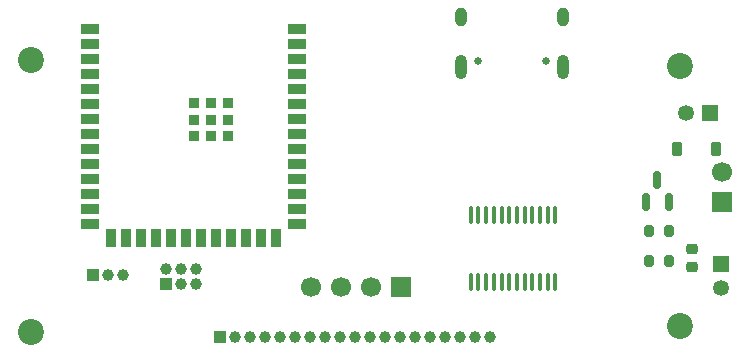
<source format=gbr>
%TF.GenerationSoftware,KiCad,Pcbnew,9.0.1*%
%TF.CreationDate,2025-06-29T09:49:02-05:00*%
%TF.ProjectId,OM-FlexGrid-Rigid-PCB,4f4d2d46-6c65-4784-9772-69642d526967,rev?*%
%TF.SameCoordinates,Original*%
%TF.FileFunction,Soldermask,Bot*%
%TF.FilePolarity,Negative*%
%FSLAX46Y46*%
G04 Gerber Fmt 4.6, Leading zero omitted, Abs format (unit mm)*
G04 Created by KiCad (PCBNEW 9.0.1) date 2025-06-29 09:49:02*
%MOMM*%
%LPD*%
G01*
G04 APERTURE LIST*
G04 Aperture macros list*
%AMRoundRect*
0 Rectangle with rounded corners*
0 $1 Rounding radius*
0 $2 $3 $4 $5 $6 $7 $8 $9 X,Y pos of 4 corners*
0 Add a 4 corners polygon primitive as box body*
4,1,4,$2,$3,$4,$5,$6,$7,$8,$9,$2,$3,0*
0 Add four circle primitives for the rounded corners*
1,1,$1+$1,$2,$3*
1,1,$1+$1,$4,$5*
1,1,$1+$1,$6,$7*
1,1,$1+$1,$8,$9*
0 Add four rect primitives between the rounded corners*
20,1,$1+$1,$2,$3,$4,$5,0*
20,1,$1+$1,$4,$5,$6,$7,0*
20,1,$1+$1,$6,$7,$8,$9,0*
20,1,$1+$1,$8,$9,$2,$3,0*%
G04 Aperture macros list end*
%ADD10R,1.350000X1.350000*%
%ADD11C,1.350000*%
%ADD12R,1.000000X1.000000*%
%ADD13C,1.000000*%
%ADD14C,2.200000*%
%ADD15R,1.700000X1.700000*%
%ADD16C,1.700000*%
%ADD17C,0.650000*%
%ADD18O,1.000000X2.100000*%
%ADD19O,1.000000X1.600000*%
%ADD20RoundRect,0.100000X0.100000X-0.637500X0.100000X0.637500X-0.100000X0.637500X-0.100000X-0.637500X0*%
%ADD21RoundRect,0.150000X0.150000X-0.587500X0.150000X0.587500X-0.150000X0.587500X-0.150000X-0.587500X0*%
%ADD22R,1.498600X0.812800*%
%ADD23R,0.812800X1.498600*%
%ADD24R,0.889000X0.889000*%
%ADD25RoundRect,0.200000X-0.200000X-0.275000X0.200000X-0.275000X0.200000X0.275000X-0.200000X0.275000X0*%
%ADD26RoundRect,0.225000X0.250000X-0.225000X0.250000X0.225000X-0.250000X0.225000X-0.250000X-0.225000X0*%
%ADD27RoundRect,0.225000X0.225000X0.375000X-0.225000X0.375000X-0.225000X-0.375000X0.225000X-0.375000X0*%
G04 APERTURE END LIST*
D10*
%TO.C,J7*%
X215450000Y-120800000D03*
D11*
X215450000Y-122800000D03*
%TD*%
D12*
%TO.C,J1*%
X168480000Y-122500000D03*
D13*
X168480000Y-121230000D03*
X169750000Y-122500000D03*
X169750000Y-121230000D03*
X171020000Y-122500000D03*
X171020000Y-121230000D03*
%TD*%
D14*
%TO.C,H1*%
X157000000Y-103500000D03*
%TD*%
D15*
%TO.C,J2*%
X215500000Y-115500000D03*
D16*
X215500000Y-112960000D03*
%TD*%
D14*
%TO.C,H4*%
X157000000Y-126500000D03*
%TD*%
%TO.C,H2*%
X212000000Y-104000000D03*
%TD*%
D15*
%TO.C,SCRN1*%
X188310000Y-122750000D03*
D16*
X185770000Y-122750000D03*
X183230000Y-122750000D03*
X180690000Y-122750000D03*
%TD*%
D14*
%TO.C,H3*%
X212000000Y-126000000D03*
%TD*%
D17*
%TO.C,J4*%
X200640000Y-103555000D03*
X194860000Y-103555000D03*
D18*
X202070000Y-104085000D03*
D19*
X202070000Y-99905000D03*
D18*
X193430000Y-104085000D03*
D19*
X193430000Y-99905000D03*
%TD*%
D12*
%TO.C,J6*%
X162230000Y-121750000D03*
D13*
X163500000Y-121750000D03*
X164770000Y-121750000D03*
%TD*%
D20*
%TO.C,U1*%
X201400000Y-122325000D03*
X200750000Y-122325000D03*
X200100000Y-122325000D03*
X199450000Y-122325000D03*
X198800000Y-122325000D03*
X198150000Y-122325000D03*
X197500000Y-122325000D03*
X196850000Y-122325000D03*
X196200000Y-122325000D03*
X195550000Y-122325000D03*
X194900000Y-122325000D03*
X194250000Y-122325000D03*
X194250000Y-116600000D03*
X194900000Y-116600000D03*
X195550000Y-116600000D03*
X196200000Y-116600000D03*
X196850000Y-116600000D03*
X197500000Y-116600000D03*
X198150000Y-116600000D03*
X198800000Y-116600000D03*
X199450000Y-116600000D03*
X200100000Y-116600000D03*
X200750000Y-116600000D03*
X201400000Y-116600000D03*
%TD*%
D21*
%TO.C,Q1*%
X211000000Y-115500000D03*
X209100000Y-115500000D03*
X210050000Y-113625000D03*
%TD*%
D22*
%TO.C,U2*%
X179500000Y-100840000D03*
X179500000Y-102110000D03*
X179500000Y-103380000D03*
X179500000Y-104650000D03*
X179500000Y-105920000D03*
X179500000Y-107190000D03*
X179500000Y-108460000D03*
X179500000Y-109730000D03*
X179500000Y-111000000D03*
X179500000Y-112270000D03*
X179500000Y-113540000D03*
X179500000Y-114810000D03*
X179500000Y-116080000D03*
X179500000Y-117350000D03*
D23*
X177735000Y-118600000D03*
X176465000Y-118600000D03*
X175195000Y-118600000D03*
X173925000Y-118600000D03*
X172655000Y-118600000D03*
X171385000Y-118600000D03*
X170115000Y-118600000D03*
X168845000Y-118600000D03*
X167575000Y-118600000D03*
X166305000Y-118600000D03*
X165035000Y-118600000D03*
X163765000Y-118600000D03*
D22*
X162000000Y-117350000D03*
X162000000Y-116080000D03*
X162000000Y-114810000D03*
X162000000Y-113540000D03*
X162000000Y-112270000D03*
X162000000Y-111000000D03*
X162000000Y-109730000D03*
X162000000Y-108460000D03*
X162000000Y-107190000D03*
X162000000Y-105920000D03*
X162000000Y-104650000D03*
X162000000Y-103380000D03*
X162000000Y-102110000D03*
X162000000Y-100840000D03*
D24*
X172250000Y-108560000D03*
X173650000Y-107160000D03*
X173650000Y-108560000D03*
X173650000Y-109960000D03*
X172250000Y-109960000D03*
X170850000Y-109960000D03*
X170850000Y-108560000D03*
X170850000Y-107160000D03*
X172250000Y-107160000D03*
%TD*%
D10*
%TO.C,J5*%
X214500000Y-108000000D03*
D11*
X212500000Y-108000000D03*
%TD*%
D25*
%TO.C,R10*%
X209350000Y-120500000D03*
X211000000Y-120500000D03*
%TD*%
D26*
%TO.C,C9*%
X213000000Y-121050000D03*
X213000000Y-119500000D03*
%TD*%
D25*
%TO.C,R11*%
X209350000Y-118000000D03*
X211000000Y-118000000D03*
%TD*%
D27*
%TO.C,D4*%
X215000000Y-111000000D03*
X211700000Y-111000000D03*
%TD*%
D12*
%TO.C,J3*%
X173000000Y-127000000D03*
D13*
X174270000Y-127000000D03*
X175540000Y-127000000D03*
X176810000Y-127000000D03*
X178080000Y-127000000D03*
X179350000Y-127000000D03*
X180620000Y-127000000D03*
X181890000Y-127000000D03*
X183160000Y-127000000D03*
X184430000Y-127000000D03*
X185700000Y-127000000D03*
X186970000Y-127000000D03*
X188240000Y-127000000D03*
X189510000Y-127000000D03*
X190780000Y-127000000D03*
X192050000Y-127000000D03*
X193320000Y-127000000D03*
X194590000Y-127000000D03*
X195860000Y-127000000D03*
%TD*%
M02*

</source>
